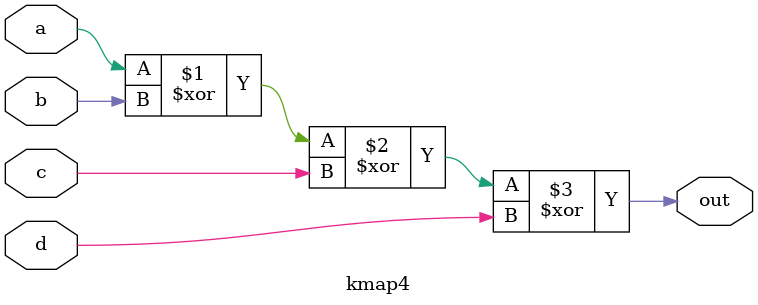
<source format=v>
module kmap4(
    input a,
    input b,
    input c,
    input d,
    output out  ); 
	
    assign out = a ^ b ^ c ^ d;
    
endmodule

</source>
